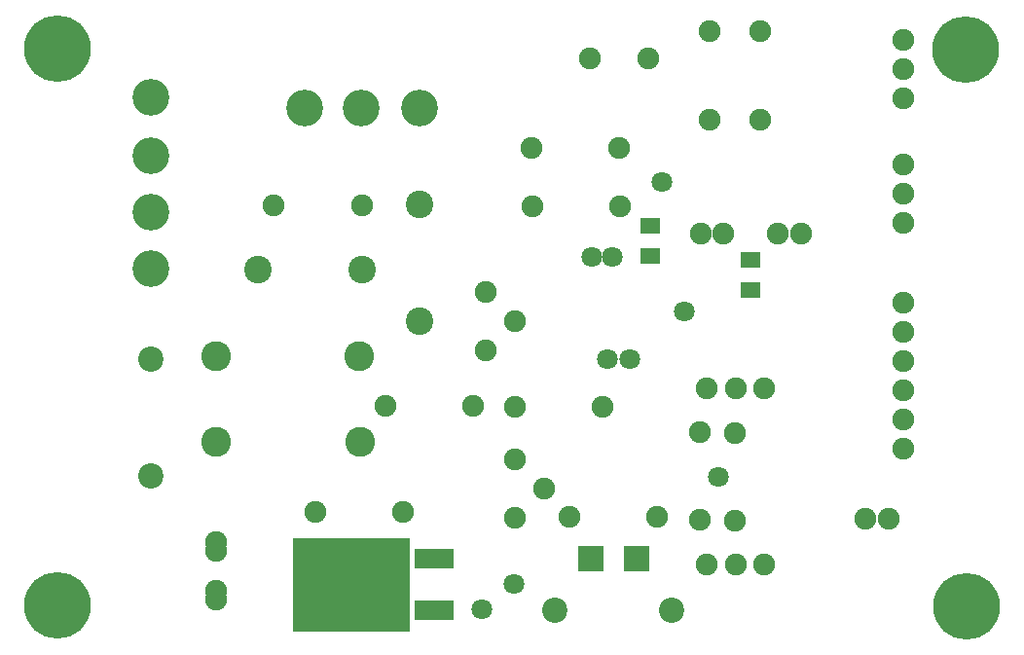
<source format=gbr>
%FSLAX34Y34*%
%MOMM*%
%LNSOLDERMASK_TOP*%
G71*
G01*
%ADD10C, 1.80*%
%ADD11C, 5.80*%
%ADD12R, 1.80X1.40*%
%ADD13C, 1.40*%
%ADD14C, 1.90*%
%ADD15C, 2.40*%
%ADD16C, 2.20*%
%ADD17C, 2.60*%
%ADD18C, 3.20*%
%ADD19R, 7.20X6.20*%
%ADD20R, 3.40X1.80*%
%ADD21R, 10.20X8.20*%
%LPD*%
X1407332Y339510D02*
G54D10*
D03*
X1389070Y339510D02*
G54D10*
D03*
X1422412Y250610D02*
G54D10*
D03*
X1499006Y147820D02*
G54D10*
D03*
X1402562Y250610D02*
G54D10*
D03*
X1469642Y291890D02*
G54D10*
D03*
X1714499Y519684D02*
G54D11*
D03*
X1450582Y404600D02*
G54D10*
D03*
X1439866Y366093D02*
G54D12*
D03*
X1527575Y336327D02*
G54D12*
D03*
X1527575Y310133D02*
G54D12*
D03*
X1439866Y339899D02*
G54D12*
D03*
X1293423Y32328D02*
G54D10*
D03*
X1321207Y54551D02*
G54D10*
D03*
X1735539Y519684D02*
G54D13*
D03*
X1729189Y534364D02*
G54D13*
D03*
X1714509Y540714D02*
G54D13*
D03*
X1699819Y534364D02*
G54D13*
D03*
X1693469Y519684D02*
G54D13*
D03*
X1714509Y498654D02*
G54D13*
D03*
X1729189Y505004D02*
G54D13*
D03*
X1699819Y505004D02*
G54D13*
D03*
X1714896Y35497D02*
G54D11*
D03*
X1735936Y35497D02*
G54D13*
D03*
X1729586Y50177D02*
G54D13*
D03*
X1714906Y56527D02*
G54D13*
D03*
X1700216Y50177D02*
G54D13*
D03*
X1693866Y35497D02*
G54D13*
D03*
X1714906Y14467D02*
G54D13*
D03*
X1729586Y20817D02*
G54D13*
D03*
X1700216Y20817D02*
G54D13*
D03*
X924718Y35893D02*
G54D11*
D03*
X945758Y35893D02*
G54D13*
D03*
X939408Y50573D02*
G54D13*
D03*
X924728Y56923D02*
G54D13*
D03*
X910038Y50573D02*
G54D13*
D03*
X903688Y35893D02*
G54D13*
D03*
X924728Y14863D02*
G54D13*
D03*
X939408Y21213D02*
G54D13*
D03*
X910038Y21213D02*
G54D13*
D03*
X924718Y520081D02*
G54D11*
D03*
X945758Y520081D02*
G54D13*
D03*
X939408Y534761D02*
G54D13*
D03*
X924728Y541111D02*
G54D13*
D03*
X910038Y534761D02*
G54D13*
D03*
X903688Y520081D02*
G54D13*
D03*
X924728Y499051D02*
G54D13*
D03*
X939408Y505401D02*
G54D13*
D03*
X910038Y505401D02*
G54D13*
D03*
X1535447Y535259D02*
G54D14*
D03*
X1535447Y458859D02*
G54D14*
D03*
X1491787Y535257D02*
G54D14*
D03*
X1491788Y458858D02*
G54D14*
D03*
X1438371Y512143D02*
G54D14*
D03*
X1387571Y512143D02*
G54D14*
D03*
X1336875Y434355D02*
G54D14*
D03*
X1413275Y434355D02*
G54D14*
D03*
X1337303Y383551D02*
G54D14*
D03*
X1413703Y383551D02*
G54D14*
D03*
X1297137Y308626D02*
G54D14*
D03*
X1322537Y283225D02*
G54D14*
D03*
X1297137Y257826D02*
G54D14*
D03*
X1398622Y208926D02*
G54D14*
D03*
X1322222Y208926D02*
G54D14*
D03*
X1286306Y209323D02*
G54D14*
D03*
X1209907Y209323D02*
G54D14*
D03*
X1322537Y163369D02*
G54D14*
D03*
X1347937Y137969D02*
G54D14*
D03*
X1322537Y112569D02*
G54D14*
D03*
X1369847Y112883D02*
G54D14*
D03*
X1446247Y112883D02*
G54D14*
D03*
X1483583Y186670D02*
G54D14*
D03*
X1514132Y186356D02*
G54D14*
D03*
X1483583Y110470D02*
G54D14*
D03*
X1514132Y110156D02*
G54D14*
D03*
X1489482Y224805D02*
G54D14*
D03*
X1514482Y224805D02*
G54D14*
D03*
X1539482Y224805D02*
G54D14*
D03*
X1503764Y359346D02*
G54D14*
D03*
X1483764Y359346D02*
G54D14*
D03*
X1571233Y359346D02*
G54D14*
D03*
X1551233Y359346D02*
G54D14*
D03*
X1539483Y71611D02*
G54D14*
D03*
X1514482Y71611D02*
G54D14*
D03*
X1489483Y71611D02*
G54D14*
D03*
X1225187Y117645D02*
G54D14*
D03*
X1148788Y117645D02*
G54D14*
D03*
X1659933Y528218D02*
G54D14*
D03*
X1659934Y502817D02*
G54D14*
D03*
X1659934Y477417D02*
G54D14*
D03*
X1659933Y419871D02*
G54D14*
D03*
X1659934Y394470D02*
G54D14*
D03*
X1659934Y369070D02*
G54D14*
D03*
X1660134Y299810D02*
G54D14*
D03*
X1660134Y274410D02*
G54D14*
D03*
X1660134Y249010D02*
G54D14*
D03*
X1660134Y223610D02*
G54D14*
D03*
X1660134Y198210D02*
G54D14*
D03*
X1660134Y172810D02*
G54D14*
D03*
X1647380Y111748D02*
G54D14*
D03*
X1627380Y111748D02*
G54D14*
D03*
X1112672Y384345D02*
G54D14*
D03*
X1189072Y384345D02*
G54D14*
D03*
X1239536Y385184D02*
G54D15*
D03*
X1239536Y283584D02*
G54D15*
D03*
X1189341Y328347D02*
G54D15*
D03*
X1099141Y328347D02*
G54D15*
D03*
X1006087Y250209D02*
G54D16*
D03*
X1006087Y148609D02*
G54D16*
D03*
X1187307Y252649D02*
G54D17*
D03*
X1062307Y252649D02*
G54D17*
D03*
X1187707Y178439D02*
G54D17*
D03*
X1062707Y178439D02*
G54D17*
D03*
X1188620Y468782D02*
G54D18*
D03*
X1239839Y468508D02*
G54D18*
D03*
X1139825Y468508D02*
G54D18*
D03*
X1005802Y478077D02*
G54D18*
D03*
X1005528Y426858D02*
G54D18*
D03*
X1005802Y378064D02*
G54D18*
D03*
X1005801Y328852D02*
G54D18*
D03*
X1357514Y31924D02*
G54D16*
D03*
X1459114Y31924D02*
G54D16*
D03*
X1062130Y83582D02*
G54D14*
D03*
X1062127Y90969D02*
G54D14*
D03*
X1062130Y48482D02*
G54D14*
D03*
X1062130Y40967D02*
G54D14*
D03*
X1192242Y54471D02*
G54D19*
D03*
X1252542Y76771D02*
G54D20*
D03*
X1252542Y32271D02*
G54D20*
D03*
X1180003Y54138D02*
G54D21*
D03*
G36*
X1417065Y87374D02*
X1439065Y87374D01*
X1439065Y65374D01*
X1417065Y65374D01*
X1417065Y87374D01*
G37*
G36*
X1377365Y87374D02*
X1399365Y87374D01*
X1399365Y65374D01*
X1377365Y65374D01*
X1377365Y87374D01*
G37*
M02*

</source>
